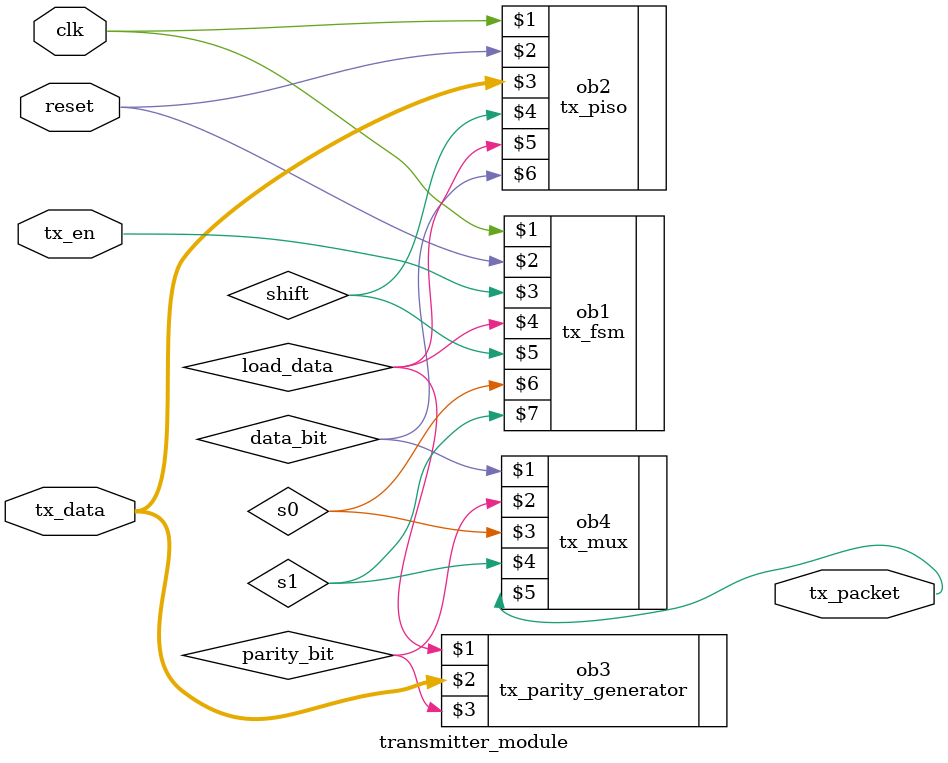
<source format=v>
`include "tx_fsm.v"
`include "tx_piso.v"
`include "tx_parity_generator.v"
`include "tx_mux.v"

module transmitter_module(
    input clk,
    input reset,
    input tx_en,
    input [7:0] tx_data,
    output tx_packet );

    wire load_data, shift, s0, s1;
    wire data_bit, parity_bit;

    tx_fsm ob1 (clk, reset, tx_en, load_data, shift, s0, s1);
    tx_piso ob2 (clk, reset, tx_data, shift, load_data, data_bit);
    tx_parity_generator ob3 (load_data, tx_data, parity_bit);
    tx_mux ob4 (data_bit, parity_bit, s0, s1, tx_packet);
    // instantiate different modules
    
endmodule

</source>
